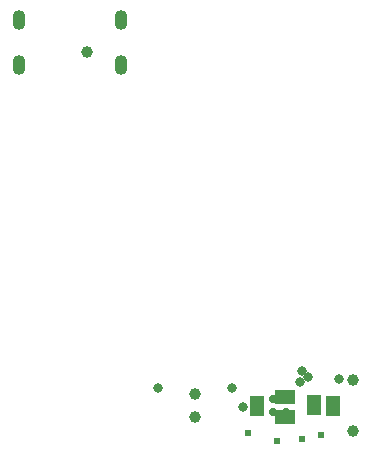
<source format=gbr>
G04*
G04 #@! TF.GenerationSoftware,Altium Limited,Altium Designer,23.10.1 (27)*
G04*
G04 Layer_Color=16711935*
%FSLAX44Y44*%
%MOMM*%
G71*
G04*
G04 #@! TF.SameCoordinates,EE71AB0A-04B5-4847-A965-A32D4C1E190E*
G04*
G04*
G04 #@! TF.FilePolarity,Negative*
G04*
G01*
G75*
G04:AMPARAMS|DCode=38|XSize=1.1mm|YSize=1.7mm|CornerRadius=0.55mm|HoleSize=0mm|Usage=FLASHONLY|Rotation=180.000|XOffset=0mm|YOffset=0mm|HoleType=Round|Shape=RoundedRectangle|*
%AMROUNDEDRECTD38*
21,1,1.1000,0.6000,0,0,180.0*
21,1,0.0000,1.7000,0,0,180.0*
1,1,1.1000,0.0000,0.3000*
1,1,1.1000,0.0000,0.3000*
1,1,1.1000,0.0000,-0.3000*
1,1,1.1000,0.0000,-0.3000*
%
%ADD38ROUNDEDRECTD38*%
%ADD39C,1.0032*%
%ADD40C,0.8032*%
%ADD41C,0.6032*%
%ADD42C,0.7032*%
%ADD56R,1.3032X1.8032*%
%ADD57R,1.8032X1.3032*%
D38*
X2036500Y322200D02*
D03*
Y360200D02*
D03*
X2122900Y322200D02*
D03*
Y360200D02*
D03*
D39*
X2185800Y44260D02*
D03*
X2185700Y24200D02*
D03*
X2094000Y333500D02*
D03*
X2319300Y55500D02*
D03*
Y12500D02*
D03*
D40*
X2281370Y58249D02*
D03*
X2217410Y49220D02*
D03*
X2154410D02*
D03*
X2226100Y33300D02*
D03*
X2276300Y63500D02*
D03*
X2307300Y56500D02*
D03*
X2274300Y54500D02*
D03*
D41*
X2230400Y10600D02*
D03*
X2292300Y9500D02*
D03*
X2276300Y5500D02*
D03*
X2254800Y4500D02*
D03*
D42*
X2251530Y28530D02*
D03*
Y39530D02*
D03*
X2262530Y28530D02*
D03*
Y39530D02*
D03*
D56*
X2238300Y33500D02*
D03*
X2286300Y34500D02*
D03*
X2302300Y33500D02*
D03*
D57*
X2262300Y41500D02*
D03*
Y24500D02*
D03*
M02*

</source>
